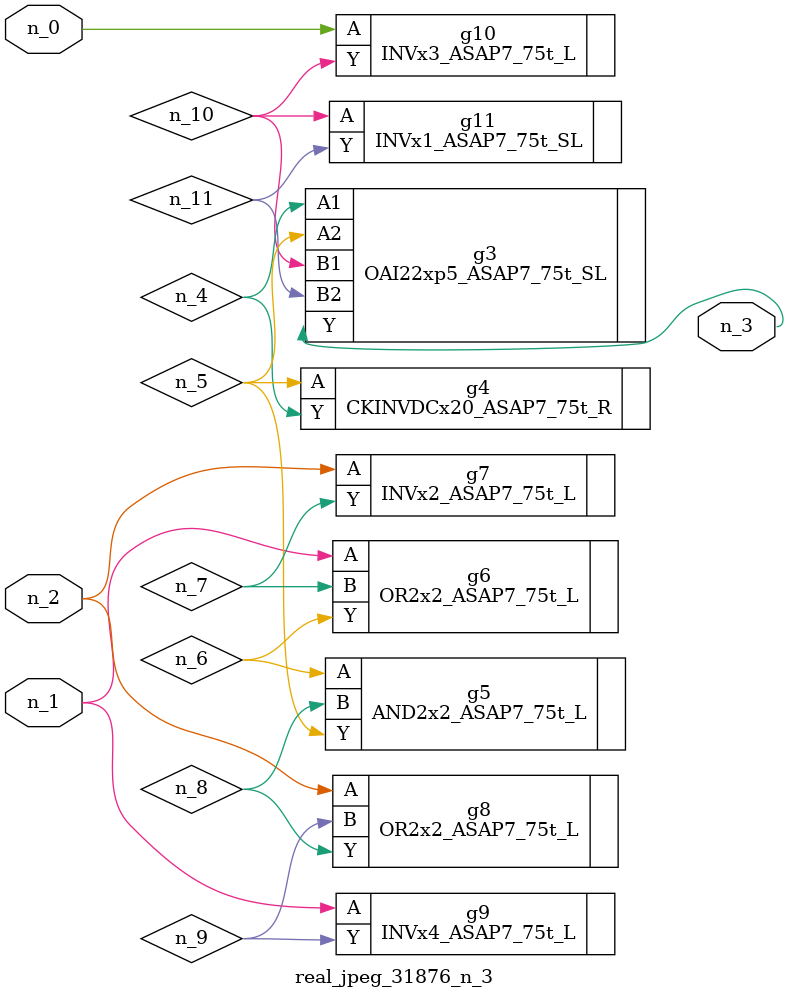
<source format=v>
module real_jpeg_31876_n_3 (n_1, n_0, n_2, n_3);

input n_1;
input n_0;
input n_2;

output n_3;

wire n_5;
wire n_4;
wire n_8;
wire n_11;
wire n_6;
wire n_7;
wire n_10;
wire n_9;

INVx3_ASAP7_75t_L g10 ( 
.A(n_0),
.Y(n_10)
);

OR2x2_ASAP7_75t_L g6 ( 
.A(n_1),
.B(n_7),
.Y(n_6)
);

INVx4_ASAP7_75t_L g9 ( 
.A(n_1),
.Y(n_9)
);

INVx2_ASAP7_75t_L g7 ( 
.A(n_2),
.Y(n_7)
);

OR2x2_ASAP7_75t_L g8 ( 
.A(n_2),
.B(n_9),
.Y(n_8)
);

OAI22xp5_ASAP7_75t_SL g3 ( 
.A1(n_4),
.A2(n_5),
.B1(n_10),
.B2(n_11),
.Y(n_3)
);

CKINVDCx20_ASAP7_75t_R g4 ( 
.A(n_5),
.Y(n_4)
);

AND2x2_ASAP7_75t_L g5 ( 
.A(n_6),
.B(n_8),
.Y(n_5)
);

INVx1_ASAP7_75t_SL g11 ( 
.A(n_10),
.Y(n_11)
);


endmodule
</source>
